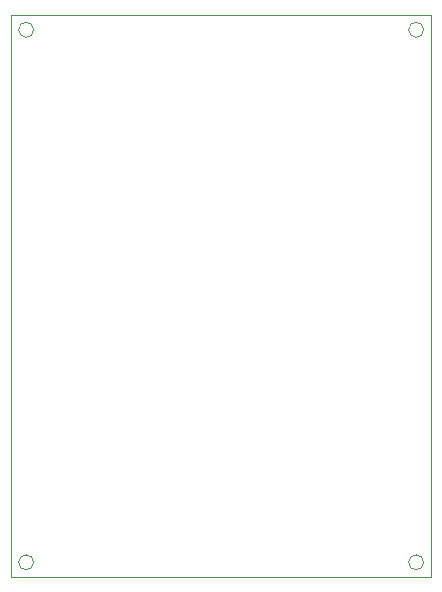
<source format=gko>
%FSLAX46Y46*%
G04 Gerber Fmt 4.6, Leading zero omitted, Abs format (unit mm)*
G04 Created by KiCad (PCBNEW (2014-08-26 BZR 5101)-product) date 01/09/2014 17:31:56*
%MOMM*%
G01*
G04 APERTURE LIST*
%ADD10C,0.100000*%
G04 APERTURE END LIST*
D10*
X112395000Y-123825000D02*
X147955000Y-123825000D01*
X112395000Y-76200000D02*
X147955000Y-76200000D01*
X114300000Y-122555000D02*
G75*
G03X114300000Y-122555000I-635000J0D01*
G74*
G01*
X147320000Y-122555000D02*
G75*
G03X147320000Y-122555000I-635000J0D01*
G74*
G01*
X147320000Y-77470000D02*
G75*
G03X147320000Y-77470000I-635000J0D01*
G74*
G01*
X114300000Y-77470000D02*
G75*
G03X114300000Y-77470000I-635000J0D01*
G74*
G01*
X112395000Y-123825000D02*
X112395000Y-76200000D01*
X147955000Y-76200000D02*
X147955000Y-123825000D01*
M02*

</source>
